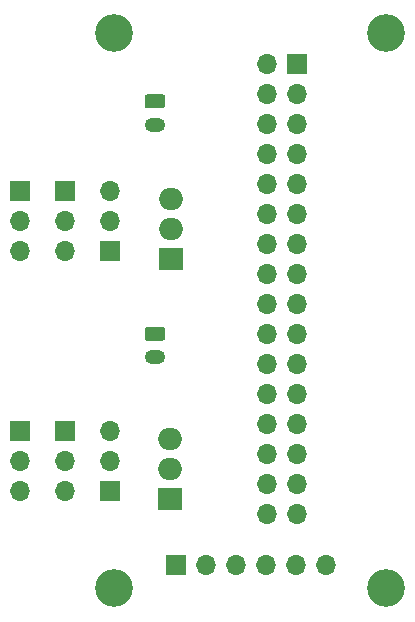
<source format=gbr>
G04 #@! TF.GenerationSoftware,KiCad,Pcbnew,(5.1.9)-1*
G04 #@! TF.CreationDate,2021-11-12T16:09:24-07:00*
G04 #@! TF.ProjectId,ABSIS_Nano_Relay_Module,41425349-535f-44e6-916e-6f5f52656c61,1*
G04 #@! TF.SameCoordinates,Original*
G04 #@! TF.FileFunction,Soldermask,Bot*
G04 #@! TF.FilePolarity,Negative*
%FSLAX46Y46*%
G04 Gerber Fmt 4.6, Leading zero omitted, Abs format (unit mm)*
G04 Created by KiCad (PCBNEW (5.1.9)-1) date 2021-11-12 16:09:24*
%MOMM*%
%LPD*%
G01*
G04 APERTURE LIST*
%ADD10O,1.700000X1.700000*%
%ADD11R,1.700000X1.700000*%
%ADD12O,2.000000X1.905000*%
%ADD13R,2.000000X1.905000*%
%ADD14O,1.750000X1.200000*%
%ADD15C,3.200000*%
G04 APERTURE END LIST*
D10*
X128625000Y-104605000D03*
X128625000Y-102065000D03*
D11*
X128625000Y-99525000D03*
D10*
X124815000Y-104605000D03*
X124815000Y-102065000D03*
D11*
X124815000Y-99525000D03*
D10*
X128625000Y-84285000D03*
X128625000Y-81745000D03*
D11*
X128625000Y-79205000D03*
D10*
X124815000Y-84285000D03*
X124815000Y-81745000D03*
D11*
X124815000Y-79205000D03*
D12*
X137515000Y-100160000D03*
X137515000Y-102700000D03*
D13*
X137515000Y-105240000D03*
D12*
X137642000Y-79840000D03*
X137642000Y-82380000D03*
D13*
X137642000Y-84920000D03*
D10*
X132435000Y-99525000D03*
X132435000Y-102065000D03*
D11*
X132435000Y-104605000D03*
D10*
X132435000Y-79205000D03*
X132435000Y-81745000D03*
D11*
X132435000Y-84285000D03*
D14*
X136245000Y-93270000D03*
G36*
G01*
X135619999Y-90670000D02*
X136870001Y-90670000D01*
G75*
G02*
X137120000Y-90919999I0J-249999D01*
G01*
X137120000Y-91620001D01*
G75*
G02*
X136870001Y-91870000I-249999J0D01*
G01*
X135619999Y-91870000D01*
G75*
G02*
X135370000Y-91620001I0J249999D01*
G01*
X135370000Y-90919999D01*
G75*
G02*
X135619999Y-90670000I249999J0D01*
G01*
G37*
X136245000Y-73585000D03*
G36*
G01*
X135619999Y-70985000D02*
X136870001Y-70985000D01*
G75*
G02*
X137120000Y-71234999I0J-249999D01*
G01*
X137120000Y-71935001D01*
G75*
G02*
X136870001Y-72185000I-249999J0D01*
G01*
X135619999Y-72185000D01*
G75*
G02*
X135370000Y-71935001I0J249999D01*
G01*
X135370000Y-71234999D01*
G75*
G02*
X135619999Y-70985000I249999J0D01*
G01*
G37*
D10*
X150710000Y-110810000D03*
X148170000Y-110810000D03*
X145630000Y-110810000D03*
X143090000Y-110810000D03*
X140550000Y-110810000D03*
D11*
X138010000Y-110810000D03*
D10*
X145770000Y-106510000D03*
X148310000Y-106510000D03*
X145770000Y-103970000D03*
X148310000Y-103970000D03*
X145770000Y-101430000D03*
X148310000Y-101430000D03*
X145770000Y-98890000D03*
X148310000Y-98890000D03*
X145770000Y-96350000D03*
X148310000Y-96350000D03*
X145770000Y-93810000D03*
X148310000Y-93810000D03*
X145770000Y-91270000D03*
X148310000Y-91270000D03*
X145770000Y-88730000D03*
X148310000Y-88730000D03*
X145770000Y-86190000D03*
X148310000Y-86190000D03*
X145770000Y-83650000D03*
X148310000Y-83650000D03*
X145770000Y-81110000D03*
X148310000Y-81110000D03*
X145770000Y-78570000D03*
X148310000Y-78570000D03*
X145770000Y-76030000D03*
X148310000Y-76030000D03*
X145770000Y-73490000D03*
X148310000Y-73490000D03*
X145770000Y-70950000D03*
X148310000Y-70950000D03*
X145770000Y-68410000D03*
D11*
X148310000Y-68410000D03*
D15*
X155810000Y-112810000D03*
X132810000Y-112810000D03*
X155810000Y-65810000D03*
X132810000Y-65810000D03*
M02*

</source>
